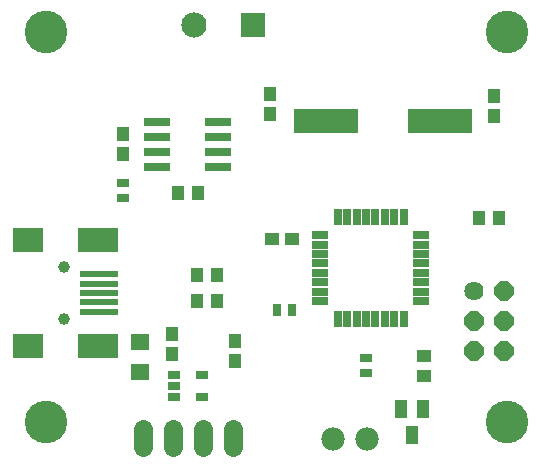
<source format=gts>
G75*
%MOIN*%
%OFA0B0*%
%FSLAX24Y24*%
%IPPOS*%
%LPD*%
%AMOC8*
5,1,8,0,0,1.08239X$1,22.5*
%
%ADD10C,0.1418*%
%ADD11R,0.0260X0.0540*%
%ADD12R,0.0540X0.0260*%
%ADD13R,0.1024X0.0827*%
%ADD14R,0.1339X0.0827*%
%ADD15R,0.1260X0.0237*%
%ADD16C,0.0394*%
%ADD17R,0.0906X0.0276*%
%ADD18R,0.0394X0.0316*%
%ADD19R,0.0434X0.0473*%
%ADD20R,0.0473X0.0434*%
%ADD21R,0.2140X0.0800*%
%ADD22R,0.0631X0.0552*%
%ADD23R,0.0434X0.0316*%
%ADD24R,0.0316X0.0394*%
%ADD25R,0.0840X0.0840*%
%ADD26C,0.0840*%
%ADD27C,0.0780*%
%ADD28C,0.0640*%
%ADD29R,0.0434X0.0591*%
%ADD30C,0.0640*%
%ADD31OC8,0.0640*%
D10*
X003722Y002738D03*
X003722Y015730D03*
X019076Y015730D03*
X019076Y002738D03*
D11*
X015651Y006166D03*
X015336Y006166D03*
X015021Y006166D03*
X014706Y006166D03*
X014391Y006166D03*
X014076Y006166D03*
X013761Y006166D03*
X013446Y006166D03*
X013446Y009546D03*
X013761Y009546D03*
X014076Y009546D03*
X014391Y009546D03*
X014706Y009546D03*
X015021Y009546D03*
X015336Y009546D03*
X015651Y009546D03*
D12*
X016239Y008958D03*
X016239Y008643D03*
X016239Y008328D03*
X016239Y008013D03*
X016239Y007698D03*
X016239Y007383D03*
X016239Y007069D03*
X016239Y006754D03*
X012859Y006754D03*
X012859Y007069D03*
X012859Y007383D03*
X012859Y007698D03*
X012859Y008013D03*
X012859Y008328D03*
X012859Y008643D03*
X012859Y008958D03*
D13*
X003131Y008781D03*
X003131Y005277D03*
D14*
X005454Y005277D03*
X005454Y008781D03*
D15*
X005494Y007659D03*
X005494Y007344D03*
X005494Y007029D03*
X005494Y006714D03*
X005494Y006399D03*
D16*
X004313Y006163D03*
X004313Y007895D03*
D17*
X007423Y011240D03*
X007423Y011740D03*
X007423Y012240D03*
X007423Y012740D03*
X009470Y012740D03*
X009470Y012240D03*
X009470Y011740D03*
X009470Y011240D03*
D18*
X006281Y010710D03*
X006281Y010198D03*
X014391Y004864D03*
X014391Y004352D03*
D19*
X010021Y004765D03*
X010021Y005435D03*
X009431Y006773D03*
X008761Y006773D03*
X008761Y007620D03*
X009431Y007620D03*
X007935Y005671D03*
X007935Y005002D03*
X008112Y010376D03*
X008781Y010376D03*
X006281Y011655D03*
X006281Y012324D03*
X011202Y012994D03*
X011202Y013663D03*
X018151Y009529D03*
X018820Y009529D03*
X018663Y012935D03*
X018663Y013604D03*
D20*
X011931Y008820D03*
X011261Y008820D03*
X016320Y004923D03*
X016320Y004254D03*
D21*
X016843Y012777D03*
X013043Y012777D03*
D22*
X006872Y005395D03*
X006872Y004411D03*
D23*
X007974Y004293D03*
X007974Y003919D03*
X007974Y003545D03*
X008919Y003545D03*
X008919Y004293D03*
D24*
X011419Y006478D03*
X011931Y006478D03*
D25*
X010612Y015966D03*
D26*
X008643Y015966D03*
D27*
X013298Y002147D03*
X014438Y002147D03*
D28*
X009946Y001887D02*
X009946Y002487D01*
X008946Y002487D02*
X008946Y001887D01*
X007946Y001887D02*
X007946Y002487D01*
X006946Y002487D02*
X006946Y001887D01*
D29*
X015553Y003171D03*
X016301Y003171D03*
X015927Y002305D03*
D30*
X017986Y007084D03*
D31*
X017986Y006084D03*
X017986Y005084D03*
X018986Y005084D03*
X018986Y006084D03*
X018986Y007084D03*
M02*

</source>
